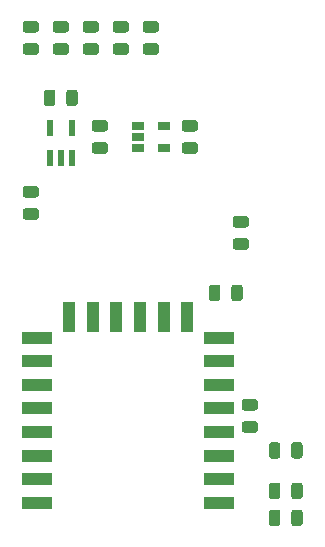
<source format=gbr>
G04 #@! TF.GenerationSoftware,KiCad,Pcbnew,5.1.7-a382d34a8~88~ubuntu20.04.1*
G04 #@! TF.CreationDate,2021-04-17T07:34:17-07:00*
G04 #@! TF.ProjectId,esp8266-wiz550io,65737038-3236-4362-9d77-697a35353069,Feb2021*
G04 #@! TF.SameCoordinates,Original*
G04 #@! TF.FileFunction,Paste,Top*
G04 #@! TF.FilePolarity,Positive*
%FSLAX46Y46*%
G04 Gerber Fmt 4.6, Leading zero omitted, Abs format (unit mm)*
G04 Created by KiCad (PCBNEW 5.1.7-a382d34a8~88~ubuntu20.04.1) date 2021-04-17 07:34:17*
%MOMM*%
%LPD*%
G01*
G04 APERTURE LIST*
%ADD10R,1.100000X2.500000*%
%ADD11R,2.500000X1.100000*%
%ADD12R,1.060000X0.650000*%
%ADD13R,0.558800X1.320800*%
G04 APERTURE END LIST*
D10*
G04 #@! TO.C,U1*
X57860000Y-57960000D03*
X59860000Y-57960000D03*
X61860000Y-57960000D03*
X63860000Y-57960000D03*
X65860000Y-57960000D03*
X67860000Y-57960000D03*
D11*
X55150000Y-73660000D03*
X55150000Y-71660000D03*
X55150000Y-69660000D03*
X55150000Y-67660000D03*
X55150000Y-65660000D03*
X55150000Y-63660000D03*
X55150000Y-61660000D03*
X55150000Y-59660000D03*
X70550000Y-59660000D03*
X70550000Y-61660000D03*
X70550000Y-63660000D03*
X70550000Y-65660000D03*
X70550000Y-67660000D03*
X70550000Y-69660000D03*
X70550000Y-71660000D03*
X70550000Y-73660000D03*
G04 #@! TD*
G04 #@! TO.C,C7*
G36*
G01*
X57600000Y-39826250D02*
X57600000Y-38913750D01*
G75*
G02*
X57843750Y-38670000I243750J0D01*
G01*
X58331250Y-38670000D01*
G75*
G02*
X58575000Y-38913750I0J-243750D01*
G01*
X58575000Y-39826250D01*
G75*
G02*
X58331250Y-40070000I-243750J0D01*
G01*
X57843750Y-40070000D01*
G75*
G02*
X57600000Y-39826250I0J243750D01*
G01*
G37*
G36*
G01*
X55725000Y-39826250D02*
X55725000Y-38913750D01*
G75*
G02*
X55968750Y-38670000I243750J0D01*
G01*
X56456250Y-38670000D01*
G75*
G02*
X56700000Y-38913750I0J-243750D01*
G01*
X56700000Y-39826250D01*
G75*
G02*
X56456250Y-40070000I-243750J0D01*
G01*
X55968750Y-40070000D01*
G75*
G02*
X55725000Y-39826250I0J243750D01*
G01*
G37*
G04 #@! TD*
G04 #@! TO.C,C4*
G36*
G01*
X67615750Y-43122000D02*
X68528250Y-43122000D01*
G75*
G02*
X68772000Y-43365750I0J-243750D01*
G01*
X68772000Y-43853250D01*
G75*
G02*
X68528250Y-44097000I-243750J0D01*
G01*
X67615750Y-44097000D01*
G75*
G02*
X67372000Y-43853250I0J243750D01*
G01*
X67372000Y-43365750D01*
G75*
G02*
X67615750Y-43122000I243750J0D01*
G01*
G37*
G36*
G01*
X67615750Y-41247000D02*
X68528250Y-41247000D01*
G75*
G02*
X68772000Y-41490750I0J-243750D01*
G01*
X68772000Y-41978250D01*
G75*
G02*
X68528250Y-42222000I-243750J0D01*
G01*
X67615750Y-42222000D01*
G75*
G02*
X67372000Y-41978250I0J243750D01*
G01*
X67372000Y-41490750D01*
G75*
G02*
X67615750Y-41247000I243750J0D01*
G01*
G37*
G04 #@! TD*
G04 #@! TO.C,C3*
G36*
G01*
X59995750Y-43122000D02*
X60908250Y-43122000D01*
G75*
G02*
X61152000Y-43365750I0J-243750D01*
G01*
X61152000Y-43853250D01*
G75*
G02*
X60908250Y-44097000I-243750J0D01*
G01*
X59995750Y-44097000D01*
G75*
G02*
X59752000Y-43853250I0J243750D01*
G01*
X59752000Y-43365750D01*
G75*
G02*
X59995750Y-43122000I243750J0D01*
G01*
G37*
G36*
G01*
X59995750Y-41247000D02*
X60908250Y-41247000D01*
G75*
G02*
X61152000Y-41490750I0J-243750D01*
G01*
X61152000Y-41978250D01*
G75*
G02*
X60908250Y-42222000I-243750J0D01*
G01*
X59995750Y-42222000D01*
G75*
G02*
X59752000Y-41978250I0J243750D01*
G01*
X59752000Y-41490750D01*
G75*
G02*
X59995750Y-41247000I243750J0D01*
G01*
G37*
G04 #@! TD*
G04 #@! TO.C,C6*
G36*
G01*
X75750000Y-68758750D02*
X75750000Y-69671250D01*
G75*
G02*
X75506250Y-69915000I-243750J0D01*
G01*
X75018750Y-69915000D01*
G75*
G02*
X74775000Y-69671250I0J243750D01*
G01*
X74775000Y-68758750D01*
G75*
G02*
X75018750Y-68515000I243750J0D01*
G01*
X75506250Y-68515000D01*
G75*
G02*
X75750000Y-68758750I0J-243750D01*
G01*
G37*
G36*
G01*
X77625000Y-68758750D02*
X77625000Y-69671250D01*
G75*
G02*
X77381250Y-69915000I-243750J0D01*
G01*
X76893750Y-69915000D01*
G75*
G02*
X76650000Y-69671250I0J243750D01*
G01*
X76650000Y-68758750D01*
G75*
G02*
X76893750Y-68515000I243750J0D01*
G01*
X77381250Y-68515000D01*
G75*
G02*
X77625000Y-68758750I0J-243750D01*
G01*
G37*
G04 #@! TD*
G04 #@! TO.C,C5*
G36*
G01*
X55066250Y-47810000D02*
X54153750Y-47810000D01*
G75*
G02*
X53910000Y-47566250I0J243750D01*
G01*
X53910000Y-47078750D01*
G75*
G02*
X54153750Y-46835000I243750J0D01*
G01*
X55066250Y-46835000D01*
G75*
G02*
X55310000Y-47078750I0J-243750D01*
G01*
X55310000Y-47566250D01*
G75*
G02*
X55066250Y-47810000I-243750J0D01*
G01*
G37*
G36*
G01*
X55066250Y-49685000D02*
X54153750Y-49685000D01*
G75*
G02*
X53910000Y-49441250I0J243750D01*
G01*
X53910000Y-48953750D01*
G75*
G02*
X54153750Y-48710000I243750J0D01*
G01*
X55066250Y-48710000D01*
G75*
G02*
X55310000Y-48953750I0J-243750D01*
G01*
X55310000Y-49441250D01*
G75*
G02*
X55066250Y-49685000I-243750J0D01*
G01*
G37*
G04 #@! TD*
D12*
G04 #@! TO.C,U3*
X65870000Y-41722000D03*
X65870000Y-43622000D03*
X63670000Y-43622000D03*
X63670000Y-42672000D03*
X63670000Y-41722000D03*
G04 #@! TD*
D13*
G04 #@! TO.C,U2*
X56210200Y-41910000D03*
X58089800Y-41910000D03*
X58089800Y-44450000D03*
X57150000Y-44450000D03*
X56210200Y-44450000D03*
G04 #@! TD*
G04 #@! TO.C,R6*
G36*
G01*
X72846250Y-50350000D02*
X71933750Y-50350000D01*
G75*
G02*
X71690000Y-50106250I0J243750D01*
G01*
X71690000Y-49618750D01*
G75*
G02*
X71933750Y-49375000I243750J0D01*
G01*
X72846250Y-49375000D01*
G75*
G02*
X73090000Y-49618750I0J-243750D01*
G01*
X73090000Y-50106250D01*
G75*
G02*
X72846250Y-50350000I-243750J0D01*
G01*
G37*
G36*
G01*
X72846250Y-52225000D02*
X71933750Y-52225000D01*
G75*
G02*
X71690000Y-51981250I0J243750D01*
G01*
X71690000Y-51493750D01*
G75*
G02*
X71933750Y-51250000I243750J0D01*
G01*
X72846250Y-51250000D01*
G75*
G02*
X73090000Y-51493750I0J-243750D01*
G01*
X73090000Y-51981250D01*
G75*
G02*
X72846250Y-52225000I-243750J0D01*
G01*
G37*
G04 #@! TD*
G04 #@! TO.C,R5*
G36*
G01*
X61773750Y-34740000D02*
X62686250Y-34740000D01*
G75*
G02*
X62930000Y-34983750I0J-243750D01*
G01*
X62930000Y-35471250D01*
G75*
G02*
X62686250Y-35715000I-243750J0D01*
G01*
X61773750Y-35715000D01*
G75*
G02*
X61530000Y-35471250I0J243750D01*
G01*
X61530000Y-34983750D01*
G75*
G02*
X61773750Y-34740000I243750J0D01*
G01*
G37*
G36*
G01*
X61773750Y-32865000D02*
X62686250Y-32865000D01*
G75*
G02*
X62930000Y-33108750I0J-243750D01*
G01*
X62930000Y-33596250D01*
G75*
G02*
X62686250Y-33840000I-243750J0D01*
G01*
X61773750Y-33840000D01*
G75*
G02*
X61530000Y-33596250I0J243750D01*
G01*
X61530000Y-33108750D01*
G75*
G02*
X61773750Y-32865000I243750J0D01*
G01*
G37*
G04 #@! TD*
G04 #@! TO.C,R4*
G36*
G01*
X56693750Y-34740000D02*
X57606250Y-34740000D01*
G75*
G02*
X57850000Y-34983750I0J-243750D01*
G01*
X57850000Y-35471250D01*
G75*
G02*
X57606250Y-35715000I-243750J0D01*
G01*
X56693750Y-35715000D01*
G75*
G02*
X56450000Y-35471250I0J243750D01*
G01*
X56450000Y-34983750D01*
G75*
G02*
X56693750Y-34740000I243750J0D01*
G01*
G37*
G36*
G01*
X56693750Y-32865000D02*
X57606250Y-32865000D01*
G75*
G02*
X57850000Y-33108750I0J-243750D01*
G01*
X57850000Y-33596250D01*
G75*
G02*
X57606250Y-33840000I-243750J0D01*
G01*
X56693750Y-33840000D01*
G75*
G02*
X56450000Y-33596250I0J243750D01*
G01*
X56450000Y-33108750D01*
G75*
G02*
X56693750Y-32865000I243750J0D01*
G01*
G37*
G04 #@! TD*
G04 #@! TO.C,R3*
G36*
G01*
X75750000Y-74473750D02*
X75750000Y-75386250D01*
G75*
G02*
X75506250Y-75630000I-243750J0D01*
G01*
X75018750Y-75630000D01*
G75*
G02*
X74775000Y-75386250I0J243750D01*
G01*
X74775000Y-74473750D01*
G75*
G02*
X75018750Y-74230000I243750J0D01*
G01*
X75506250Y-74230000D01*
G75*
G02*
X75750000Y-74473750I0J-243750D01*
G01*
G37*
G36*
G01*
X77625000Y-74473750D02*
X77625000Y-75386250D01*
G75*
G02*
X77381250Y-75630000I-243750J0D01*
G01*
X76893750Y-75630000D01*
G75*
G02*
X76650000Y-75386250I0J243750D01*
G01*
X76650000Y-74473750D01*
G75*
G02*
X76893750Y-74230000I243750J0D01*
G01*
X77381250Y-74230000D01*
G75*
G02*
X77625000Y-74473750I0J-243750D01*
G01*
G37*
G04 #@! TD*
G04 #@! TO.C,R2*
G36*
G01*
X75750000Y-72187750D02*
X75750000Y-73100250D01*
G75*
G02*
X75506250Y-73344000I-243750J0D01*
G01*
X75018750Y-73344000D01*
G75*
G02*
X74775000Y-73100250I0J243750D01*
G01*
X74775000Y-72187750D01*
G75*
G02*
X75018750Y-71944000I243750J0D01*
G01*
X75506250Y-71944000D01*
G75*
G02*
X75750000Y-72187750I0J-243750D01*
G01*
G37*
G36*
G01*
X77625000Y-72187750D02*
X77625000Y-73100250D01*
G75*
G02*
X77381250Y-73344000I-243750J0D01*
G01*
X76893750Y-73344000D01*
G75*
G02*
X76650000Y-73100250I0J243750D01*
G01*
X76650000Y-72187750D01*
G75*
G02*
X76893750Y-71944000I243750J0D01*
G01*
X77381250Y-71944000D01*
G75*
G02*
X77625000Y-72187750I0J-243750D01*
G01*
G37*
G04 #@! TD*
G04 #@! TO.C,R1*
G36*
G01*
X55066250Y-33840000D02*
X54153750Y-33840000D01*
G75*
G02*
X53910000Y-33596250I0J243750D01*
G01*
X53910000Y-33108750D01*
G75*
G02*
X54153750Y-32865000I243750J0D01*
G01*
X55066250Y-32865000D01*
G75*
G02*
X55310000Y-33108750I0J-243750D01*
G01*
X55310000Y-33596250D01*
G75*
G02*
X55066250Y-33840000I-243750J0D01*
G01*
G37*
G36*
G01*
X55066250Y-35715000D02*
X54153750Y-35715000D01*
G75*
G02*
X53910000Y-35471250I0J243750D01*
G01*
X53910000Y-34983750D01*
G75*
G02*
X54153750Y-34740000I243750J0D01*
G01*
X55066250Y-34740000D01*
G75*
G02*
X55310000Y-34983750I0J-243750D01*
G01*
X55310000Y-35471250D01*
G75*
G02*
X55066250Y-35715000I-243750J0D01*
G01*
G37*
G04 #@! TD*
G04 #@! TO.C,D2*
G36*
G01*
X64313750Y-34740000D02*
X65226250Y-34740000D01*
G75*
G02*
X65470000Y-34983750I0J-243750D01*
G01*
X65470000Y-35471250D01*
G75*
G02*
X65226250Y-35715000I-243750J0D01*
G01*
X64313750Y-35715000D01*
G75*
G02*
X64070000Y-35471250I0J243750D01*
G01*
X64070000Y-34983750D01*
G75*
G02*
X64313750Y-34740000I243750J0D01*
G01*
G37*
G36*
G01*
X64313750Y-32865000D02*
X65226250Y-32865000D01*
G75*
G02*
X65470000Y-33108750I0J-243750D01*
G01*
X65470000Y-33596250D01*
G75*
G02*
X65226250Y-33840000I-243750J0D01*
G01*
X64313750Y-33840000D01*
G75*
G02*
X64070000Y-33596250I0J243750D01*
G01*
X64070000Y-33108750D01*
G75*
G02*
X64313750Y-32865000I243750J0D01*
G01*
G37*
G04 #@! TD*
G04 #@! TO.C,D1*
G36*
G01*
X59233750Y-34740000D02*
X60146250Y-34740000D01*
G75*
G02*
X60390000Y-34983750I0J-243750D01*
G01*
X60390000Y-35471250D01*
G75*
G02*
X60146250Y-35715000I-243750J0D01*
G01*
X59233750Y-35715000D01*
G75*
G02*
X58990000Y-35471250I0J243750D01*
G01*
X58990000Y-34983750D01*
G75*
G02*
X59233750Y-34740000I243750J0D01*
G01*
G37*
G36*
G01*
X59233750Y-32865000D02*
X60146250Y-32865000D01*
G75*
G02*
X60390000Y-33108750I0J-243750D01*
G01*
X60390000Y-33596250D01*
G75*
G02*
X60146250Y-33840000I-243750J0D01*
G01*
X59233750Y-33840000D01*
G75*
G02*
X58990000Y-33596250I0J243750D01*
G01*
X58990000Y-33108750D01*
G75*
G02*
X59233750Y-32865000I243750J0D01*
G01*
G37*
G04 #@! TD*
G04 #@! TO.C,C2*
G36*
G01*
X72695750Y-66744000D02*
X73608250Y-66744000D01*
G75*
G02*
X73852000Y-66987750I0J-243750D01*
G01*
X73852000Y-67475250D01*
G75*
G02*
X73608250Y-67719000I-243750J0D01*
G01*
X72695750Y-67719000D01*
G75*
G02*
X72452000Y-67475250I0J243750D01*
G01*
X72452000Y-66987750D01*
G75*
G02*
X72695750Y-66744000I243750J0D01*
G01*
G37*
G36*
G01*
X72695750Y-64869000D02*
X73608250Y-64869000D01*
G75*
G02*
X73852000Y-65112750I0J-243750D01*
G01*
X73852000Y-65600250D01*
G75*
G02*
X73608250Y-65844000I-243750J0D01*
G01*
X72695750Y-65844000D01*
G75*
G02*
X72452000Y-65600250I0J243750D01*
G01*
X72452000Y-65112750D01*
G75*
G02*
X72695750Y-64869000I243750J0D01*
G01*
G37*
G04 #@! TD*
G04 #@! TO.C,C1*
G36*
G01*
X71570000Y-56336250D02*
X71570000Y-55423750D01*
G75*
G02*
X71813750Y-55180000I243750J0D01*
G01*
X72301250Y-55180000D01*
G75*
G02*
X72545000Y-55423750I0J-243750D01*
G01*
X72545000Y-56336250D01*
G75*
G02*
X72301250Y-56580000I-243750J0D01*
G01*
X71813750Y-56580000D01*
G75*
G02*
X71570000Y-56336250I0J243750D01*
G01*
G37*
G36*
G01*
X69695000Y-56336250D02*
X69695000Y-55423750D01*
G75*
G02*
X69938750Y-55180000I243750J0D01*
G01*
X70426250Y-55180000D01*
G75*
G02*
X70670000Y-55423750I0J-243750D01*
G01*
X70670000Y-56336250D01*
G75*
G02*
X70426250Y-56580000I-243750J0D01*
G01*
X69938750Y-56580000D01*
G75*
G02*
X69695000Y-56336250I0J243750D01*
G01*
G37*
G04 #@! TD*
M02*

</source>
